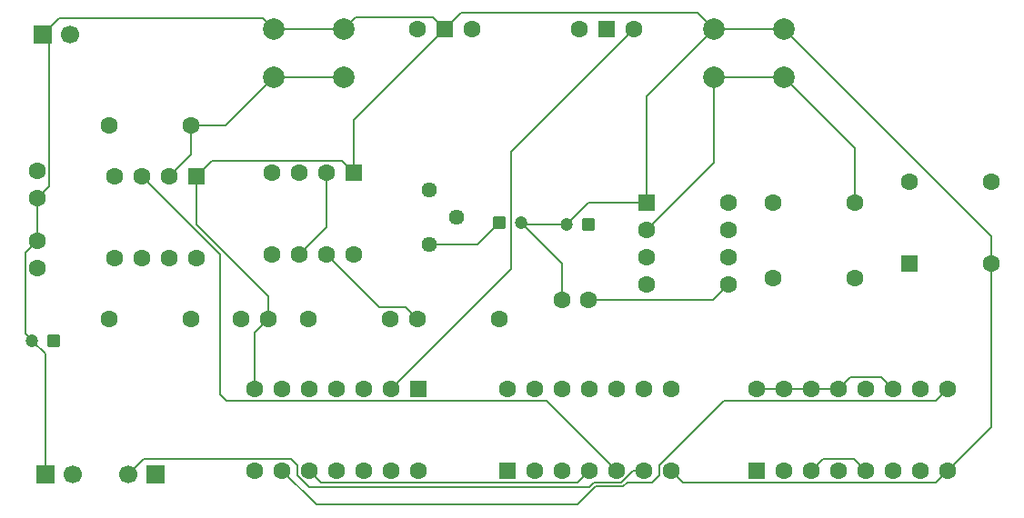
<source format=gbr>
%TF.GenerationSoftware,KiCad,Pcbnew,9.0.6*%
%TF.CreationDate,2025-11-16T18:38:50-05:00*%
%TF.ProjectId,Clock Module,436c6f63-6b20-44d6-9f64-756c652e6b69,rev?*%
%TF.SameCoordinates,Original*%
%TF.FileFunction,Copper,L2,Bot*%
%TF.FilePolarity,Positive*%
%FSLAX46Y46*%
G04 Gerber Fmt 4.6, Leading zero omitted, Abs format (unit mm)*
G04 Created by KiCad (PCBNEW 9.0.6) date 2025-11-16 18:38:50*
%MOMM*%
%LPD*%
G01*
G04 APERTURE LIST*
G04 Aperture macros list*
%AMRoundRect*
0 Rectangle with rounded corners*
0 $1 Rounding radius*
0 $2 $3 $4 $5 $6 $7 $8 $9 X,Y pos of 4 corners*
0 Add a 4 corners polygon primitive as box body*
4,1,4,$2,$3,$4,$5,$6,$7,$8,$9,$2,$3,0*
0 Add four circle primitives for the rounded corners*
1,1,$1+$1,$2,$3*
1,1,$1+$1,$4,$5*
1,1,$1+$1,$6,$7*
1,1,$1+$1,$8,$9*
0 Add four rect primitives between the rounded corners*
20,1,$1+$1,$2,$3,$4,$5,0*
20,1,$1+$1,$4,$5,$6,$7,0*
20,1,$1+$1,$6,$7,$8,$9,0*
20,1,$1+$1,$8,$9,$2,$3,0*%
G04 Aperture macros list end*
%TA.AperFunction,ComponentPad*%
%ADD10R,1.600000X1.600000*%
%TD*%
%TA.AperFunction,ComponentPad*%
%ADD11C,1.600000*%
%TD*%
%TA.AperFunction,ComponentPad*%
%ADD12RoundRect,0.250000X-0.550000X0.550000X-0.550000X-0.550000X0.550000X-0.550000X0.550000X0.550000X0*%
%TD*%
%TA.AperFunction,ComponentPad*%
%ADD13C,1.700000*%
%TD*%
%TA.AperFunction,ComponentPad*%
%ADD14R,1.700000X1.700000*%
%TD*%
%TA.AperFunction,ComponentPad*%
%ADD15C,2.000000*%
%TD*%
%TA.AperFunction,ComponentPad*%
%ADD16R,1.500000X1.500000*%
%TD*%
%TA.AperFunction,ComponentPad*%
%ADD17RoundRect,0.250000X0.350000X0.350000X-0.350000X0.350000X-0.350000X-0.350000X0.350000X-0.350000X0*%
%TD*%
%TA.AperFunction,ComponentPad*%
%ADD18C,1.200000*%
%TD*%
%TA.AperFunction,ComponentPad*%
%ADD19RoundRect,0.250000X0.550000X-0.550000X0.550000X0.550000X-0.550000X0.550000X-0.550000X-0.550000X0*%
%TD*%
%TA.AperFunction,ComponentPad*%
%ADD20RoundRect,0.250000X-0.350000X-0.350000X0.350000X-0.350000X0.350000X0.350000X-0.350000X0.350000X0*%
%TD*%
%TA.AperFunction,ComponentPad*%
%ADD21RoundRect,0.250000X-0.550000X-0.550000X0.550000X-0.550000X0.550000X0.550000X-0.550000X0.550000X0*%
%TD*%
%TA.AperFunction,ComponentPad*%
%ADD22C,1.440000*%
%TD*%
%TA.AperFunction,Conductor*%
%ADD23C,0.200000*%
%TD*%
G04 APERTURE END LIST*
D10*
%TO.P,Y1,1,EN*%
%TO.N,+5V*%
X235690000Y-47810000D03*
D11*
%TO.P,Y1,4,GND*%
%TO.N,GND*%
X243310000Y-47810000D03*
%TO.P,Y1,5,OUT*%
%TO.N,Net-(Y1-OUT)*%
X243310000Y-40190000D03*
%TO.P,Y1,8,Vcc*%
%TO.N,+5V*%
X235690000Y-40190000D03*
%TD*%
D12*
%TO.P,U6,1,GND*%
%TO.N,GND*%
X169310000Y-39690000D03*
D11*
%TO.P,U6,2,TR*%
%TO.N,Net-(U6-TR)*%
X166770000Y-39690000D03*
%TO.P,U6,3,Q*%
%TO.N,Net-(U6-Q)*%
X164230000Y-39690000D03*
%TO.P,U6,4,R*%
%TO.N,+5V*%
X161690000Y-39690000D03*
%TO.P,U6,5,CV*%
%TO.N,Net-(U6-CV)*%
X161690000Y-47310000D03*
%TO.P,U6,6,THR*%
%TO.N,Net-(U6-DIS)*%
X164230000Y-47310000D03*
%TO.P,U6,7,DIS*%
X166770000Y-47310000D03*
%TO.P,U6,8,VCC*%
%TO.N,+5V*%
X169310000Y-47310000D03*
%TD*%
D13*
%TO.P,J2,1,Pin_1*%
%TO.N,+5V*%
X157540000Y-26500000D03*
D14*
%TO.P,J2,2,Pin_2*%
%TO.N,GND*%
X155000000Y-26500000D03*
%TD*%
D11*
%TO.P,C6,1*%
%TO.N,+5V*%
X154500000Y-39250000D03*
%TO.P,C6,2*%
%TO.N,GND*%
X154500000Y-41750000D03*
%TD*%
D15*
%TO.P,SW1,1,1*%
%TO.N,GND*%
X217500000Y-26000000D03*
X224000000Y-26000000D03*
%TO.P,SW1,2,2*%
%TO.N,Net-(U3-TR)*%
X217500000Y-30500000D03*
X224000000Y-30500000D03*
%TD*%
D14*
%TO.P,J1,1,Pin_1*%
%TO.N,Clock*%
X165500000Y-67500000D03*
D13*
%TO.P,J1,2,Pin_2*%
%TO.N,Reset*%
X162960000Y-67500000D03*
%TD*%
D11*
%TO.P,R1,1*%
%TO.N,Net-(U3-TR)*%
X230625000Y-42190000D03*
%TO.P,R1,2*%
%TO.N,+5V*%
X223005000Y-42190000D03*
%TD*%
%TO.P,R5,1*%
%TO.N,Net-(U6-TR)*%
X168810000Y-35000000D03*
%TO.P,R5,2*%
%TO.N,+5V*%
X161190000Y-35000000D03*
%TD*%
%TO.P,R2,1*%
%TO.N,+5V*%
X187310000Y-53000000D03*
%TO.P,R2,2*%
%TO.N,Net-(U2-DIS)*%
X179690000Y-53000000D03*
%TD*%
D16*
%TO.P,SW3,1,A*%
%TO.N,GND*%
X192460000Y-26000000D03*
D11*
%TO.P,SW3,2,B*%
%TO.N,Net-(SW3-B)*%
X189920000Y-26000000D03*
%TO.P,SW3,3,C*%
%TO.N,+5V*%
X195000000Y-26000000D03*
%TD*%
%TO.P,C1,1*%
%TO.N,Net-(U2-CV)*%
X173500000Y-53000000D03*
%TO.P,C1,2*%
%TO.N,GND*%
X176000000Y-53000000D03*
%TD*%
D17*
%TO.P,C4,1*%
%TO.N,Net-(U3-DIS)*%
X205787600Y-44190000D03*
D18*
%TO.P,C4,2*%
%TO.N,GND*%
X203787600Y-44190000D03*
%TD*%
D19*
%TO.P,U1,1*%
%TO.N,Net-(Y1-OUT)*%
X198260000Y-67120000D03*
D11*
%TO.P,U1,2*%
%TO.N,Net-(U4A-C)*%
X200800000Y-67120000D03*
%TO.P,U1,3*%
%TO.N,Net-(SW3-B)*%
X203340000Y-67120000D03*
%TO.P,U1,4*%
%TO.N,Net-(U1-Pad4)*%
X205880000Y-67120000D03*
%TO.P,U1,5*%
%TO.N,Net-(U6-Q)*%
X208420000Y-67120000D03*
%TO.P,U1,6*%
%TO.N,Reset*%
X210960000Y-67120000D03*
%TO.P,U1,7,GND*%
%TO.N,GND*%
X213500000Y-67120000D03*
%TO.P,U1,8*%
%TO.N,unconnected-(U1-Pad8)*%
X213500000Y-59500000D03*
%TO.P,U1,9*%
%TO.N,+5V*%
X210960000Y-59500000D03*
%TO.P,U1,10*%
%TO.N,unconnected-(U1-Pad10)*%
X208420000Y-59500000D03*
%TO.P,U1,11*%
%TO.N,+5V*%
X205880000Y-59500000D03*
%TO.P,U1,12*%
%TO.N,unconnected-(U1-Pad12)*%
X203340000Y-59500000D03*
%TO.P,U1,13*%
%TO.N,+5V*%
X200800000Y-59500000D03*
%TO.P,U1,14,VCC*%
X198260000Y-59500000D03*
%TD*%
%TO.P,R3,1*%
%TO.N,Net-(U2-DIS)*%
X189880000Y-53000000D03*
%TO.P,R3,2*%
%TO.N,Net-(R3-Pad2)*%
X197500000Y-53000000D03*
%TD*%
D20*
%TO.P,C3,1*%
%TO.N,Net-(U2-THR)*%
X197500000Y-44000000D03*
D18*
%TO.P,C3,2*%
%TO.N,GND*%
X199500000Y-44000000D03*
%TD*%
D11*
%TO.P,C2,1*%
%TO.N,Net-(U3-CV)*%
X205815000Y-51190000D03*
%TO.P,C2,2*%
%TO.N,GND*%
X203315000Y-51190000D03*
%TD*%
D16*
%TO.P,SW2,1,A*%
%TO.N,Net-(SW2-A)*%
X207460000Y-26000000D03*
D11*
%TO.P,SW2,2,B*%
%TO.N,Net-(SW2-B)*%
X210000000Y-26000000D03*
%TO.P,SW2,3,C*%
%TO.N,Slow Clock*%
X204920000Y-26000000D03*
%TD*%
D21*
%TO.P,U3,1,GND*%
%TO.N,GND*%
X211195000Y-42190000D03*
D11*
%TO.P,U3,2,TR*%
%TO.N,Net-(U3-TR)*%
X211195000Y-44730000D03*
%TO.P,U3,3,Q*%
%TO.N,Net-(SW2-A)*%
X211195000Y-47270000D03*
%TO.P,U3,4,R*%
%TO.N,+5V*%
X211195000Y-49810000D03*
%TO.P,U3,5,CV*%
%TO.N,Net-(U3-CV)*%
X218815000Y-49810000D03*
%TO.P,U3,6,THR*%
%TO.N,Net-(U3-DIS)*%
X218815000Y-47270000D03*
%TO.P,U3,7,DIS*%
X218815000Y-44730000D03*
%TO.P,U3,8,VCC*%
%TO.N,+5V*%
X218815000Y-42190000D03*
%TD*%
D13*
%TO.P,J3,1,Pin_1*%
%TO.N,+5V*%
X157775000Y-67500000D03*
D14*
%TO.P,J3,2,Pin_2*%
%TO.N,GND*%
X155235000Y-67500000D03*
%TD*%
D12*
%TO.P,U2,1,GND*%
%TO.N,GND*%
X184000000Y-39380000D03*
D11*
%TO.P,U2,2,TR*%
%TO.N,Net-(U2-THR)*%
X181460000Y-39380000D03*
%TO.P,U2,3,Q*%
%TO.N,Slow Clock*%
X178920000Y-39380000D03*
%TO.P,U2,4,R*%
%TO.N,+5V*%
X176380000Y-39380000D03*
%TO.P,U2,5,CV*%
%TO.N,Net-(U2-CV)*%
X176380000Y-47000000D03*
%TO.P,U2,6,THR*%
%TO.N,Net-(U2-THR)*%
X178920000Y-47000000D03*
%TO.P,U2,7,DIS*%
%TO.N,Net-(U2-DIS)*%
X181460000Y-47000000D03*
%TO.P,U2,8,VCC*%
%TO.N,+5V*%
X184000000Y-47000000D03*
%TD*%
D12*
%TO.P,U5,1*%
%TO.N,Net-(SW3-B)*%
X190000000Y-59500000D03*
D11*
%TO.P,U5,2*%
%TO.N,Net-(SW2-B)*%
X187460000Y-59500000D03*
%TO.P,U5,3*%
%TO.N,Net-(U5-Pad13)*%
X184920000Y-59500000D03*
%TO.P,U5,4*%
%TO.N,+5V*%
X182380000Y-59500000D03*
%TO.P,U5,5*%
X179840000Y-59500000D03*
%TO.P,U5,6*%
%TO.N,unconnected-(U5-Pad6)*%
X177300000Y-59500000D03*
%TO.P,U5,7,GND*%
%TO.N,GND*%
X174760000Y-59500000D03*
%TO.P,U5,8*%
%TO.N,Net-(U5-Pad12)*%
X174760000Y-67120000D03*
%TO.P,U5,9*%
%TO.N,Fast Clock*%
X177300000Y-67120000D03*
%TO.P,U5,10*%
%TO.N,Net-(U1-Pad4)*%
X179840000Y-67120000D03*
%TO.P,U5,11*%
%TO.N,Clock*%
X182380000Y-67120000D03*
%TO.P,U5,12*%
%TO.N,Net-(U5-Pad12)*%
X184920000Y-67120000D03*
%TO.P,U5,13*%
%TO.N,Net-(U5-Pad13)*%
X187460000Y-67120000D03*
%TO.P,U5,14,VCC*%
%TO.N,+5V*%
X190000000Y-67120000D03*
%TD*%
D22*
%TO.P,RV1,1,1*%
%TO.N,Net-(U2-THR)*%
X190960000Y-46040000D03*
%TO.P,RV1,2,2*%
%TO.N,Net-(R3-Pad2)*%
X193500000Y-43500000D03*
%TO.P,RV1,3,3*%
%TO.N,unconnected-(RV1-Pad3)*%
X190960000Y-40960000D03*
%TD*%
D15*
%TO.P,SW4,1,1*%
%TO.N,GND*%
X176500000Y-26000000D03*
X183000000Y-26000000D03*
%TO.P,SW4,2,2*%
%TO.N,Net-(U6-TR)*%
X176500000Y-30500000D03*
X183000000Y-30500000D03*
%TD*%
D17*
%TO.P,C7,1*%
%TO.N,Net-(U6-DIS)*%
X156000000Y-55000000D03*
D18*
%TO.P,C7,2*%
%TO.N,GND*%
X154000000Y-55000000D03*
%TD*%
D11*
%TO.P,R4,1*%
%TO.N,Net-(U3-DIS)*%
X223005000Y-49190000D03*
%TO.P,R4,2*%
%TO.N,+5V*%
X230625000Y-49190000D03*
%TD*%
%TO.P,R6,1*%
%TO.N,Net-(U6-DIS)*%
X161190000Y-53000000D03*
%TO.P,R6,2*%
%TO.N,+5V*%
X168810000Y-53000000D03*
%TD*%
%TO.P,C5,1*%
%TO.N,Net-(U6-CV)*%
X154500000Y-48250000D03*
%TO.P,C5,2*%
%TO.N,GND*%
X154500000Y-45750000D03*
%TD*%
D19*
%TO.P,U4,1,~{R}*%
%TO.N,+5V*%
X221460000Y-67120000D03*
D11*
%TO.P,U4,2,J*%
X224000000Y-67120000D03*
%TO.P,U4,3,~{K}*%
X226540000Y-67120000D03*
%TO.P,U4,4,C*%
%TO.N,Net-(U4A-C)*%
X229080000Y-67120000D03*
%TO.P,U4,5,~{S}*%
%TO.N,+5V*%
X231620000Y-67120000D03*
%TO.P,U4,6,Q*%
%TO.N,unconnected-(U4A-Q-Pad6)*%
X234160000Y-67120000D03*
%TO.P,U4,7,~{Q}*%
%TO.N,Net-(U4A-~{Q})*%
X236700000Y-67120000D03*
%TO.P,U4,8,GND*%
%TO.N,GND*%
X239240000Y-67120000D03*
%TO.P,U4,9,~{Q}*%
%TO.N,Fast Clock*%
X239240000Y-59500000D03*
%TO.P,U4,10,Q*%
%TO.N,unconnected-(U4B-Q-Pad10)*%
X236700000Y-59500000D03*
%TO.P,U4,11,~{S}*%
%TO.N,+5V*%
X234160000Y-59500000D03*
%TO.P,U4,12,C*%
%TO.N,Net-(U4A-~{Q})*%
X231620000Y-59500000D03*
%TO.P,U4,13,~{K}*%
%TO.N,+5V*%
X229080000Y-59500000D03*
%TO.P,U4,14,J*%
X226540000Y-59500000D03*
%TO.P,U4,15,~{R}*%
X224000000Y-59500000D03*
%TO.P,U4,16,VCC*%
X221460000Y-59500000D03*
%TD*%
D23*
%TO.N,GND*%
X203315000Y-51190000D02*
X203315000Y-47815000D01*
X217500000Y-26000000D02*
X216000000Y-24500000D01*
X184000000Y-34460000D02*
X192460000Y-26000000D01*
X174760000Y-59500000D02*
X174760000Y-54240000D01*
X211195000Y-32305000D02*
X211195000Y-42190000D01*
X170721000Y-38279000D02*
X169310000Y-39690000D01*
X184101000Y-24899000D02*
X183000000Y-26000000D01*
X155235000Y-56235000D02*
X154000000Y-55000000D01*
X203315000Y-47815000D02*
X199500000Y-44000000D01*
X175500000Y-25000000D02*
X156500000Y-25000000D01*
X154500000Y-41750000D02*
X154500000Y-45750000D01*
X199690000Y-44190000D02*
X199500000Y-44000000D01*
X193960000Y-24500000D02*
X192460000Y-26000000D01*
X224000000Y-26000000D02*
X243310000Y-45310000D01*
X203787600Y-44190000D02*
X199690000Y-44190000D01*
X155235000Y-67500000D02*
X155235000Y-56235000D01*
X216000000Y-24500000D02*
X193960000Y-24500000D01*
X217500000Y-26000000D02*
X211195000Y-32305000D01*
X214601000Y-68221000D02*
X213500000Y-67120000D01*
X176000000Y-50894314D02*
X169310000Y-44204314D01*
X191359000Y-24899000D02*
X184101000Y-24899000D01*
X153399000Y-46851000D02*
X153399000Y-54399000D01*
X192460000Y-26000000D02*
X191359000Y-24899000D01*
X211195000Y-42190000D02*
X205787600Y-42190000D01*
X155601000Y-40649000D02*
X154500000Y-41750000D01*
X153399000Y-54399000D02*
X154000000Y-55000000D01*
X169310000Y-44204314D02*
X169310000Y-39690000D01*
X184000000Y-39380000D02*
X182899000Y-38279000D01*
X156500000Y-25000000D02*
X155000000Y-26500000D01*
X176500000Y-26000000D02*
X175500000Y-25000000D01*
X176000000Y-53000000D02*
X176000000Y-50894314D01*
X224000000Y-26000000D02*
X217500000Y-26000000D01*
X239240000Y-67120000D02*
X238139000Y-68221000D01*
X182899000Y-38279000D02*
X170721000Y-38279000D01*
X155000000Y-26500000D02*
X155601000Y-27101000D01*
X205787600Y-42190000D02*
X203787600Y-44190000D01*
X184000000Y-39380000D02*
X184301000Y-39079000D01*
X243310000Y-63050000D02*
X239240000Y-67120000D01*
X184000000Y-39380000D02*
X184000000Y-34460000D01*
X243310000Y-47810000D02*
X243310000Y-63050000D01*
X183000000Y-26000000D02*
X176500000Y-26000000D01*
X238139000Y-68221000D02*
X214601000Y-68221000D01*
X174760000Y-54240000D02*
X176000000Y-53000000D01*
X155601000Y-27101000D02*
X155601000Y-40649000D01*
X243310000Y-45310000D02*
X243310000Y-47810000D01*
X154500000Y-45750000D02*
X153399000Y-46851000D01*
%TO.N,+5V*%
X231620000Y-67120000D02*
X230519000Y-66019000D01*
X221460000Y-59500000D02*
X224000000Y-59500000D01*
X224000000Y-59500000D02*
X226540000Y-59500000D01*
X227641000Y-66019000D02*
X226540000Y-67120000D01*
X233059000Y-58399000D02*
X234160000Y-59500000D01*
X230181000Y-58399000D02*
X233059000Y-58399000D01*
X229080000Y-59500000D02*
X230181000Y-58399000D01*
X226540000Y-59500000D02*
X229080000Y-59500000D01*
X230519000Y-66019000D02*
X227641000Y-66019000D01*
%TO.N,Net-(SW2-B)*%
X198599000Y-37401000D02*
X210000000Y-26000000D01*
X198599000Y-48361000D02*
X198599000Y-37401000D01*
X187460000Y-59500000D02*
X198599000Y-48361000D01*
%TO.N,Reset*%
X178739000Y-67576050D02*
X178739000Y-66663950D01*
X178094050Y-66019000D02*
X164441000Y-66019000D01*
X178739000Y-66663950D02*
X178094050Y-66019000D01*
X179828635Y-68665685D02*
X178739000Y-67576050D01*
X164441000Y-66019000D02*
X162960000Y-67500000D01*
X208875636Y-68220000D02*
X206337050Y-68220000D01*
X209975636Y-67120000D02*
X208875636Y-68220000D01*
X210960000Y-67120000D02*
X209975636Y-67120000D01*
X206337050Y-68220000D02*
X205891365Y-68665685D01*
X205891365Y-68665685D02*
X179828635Y-68665685D01*
%TO.N,Fast Clock*%
X180480000Y-70300000D02*
X204831371Y-70300000D01*
X177300000Y-67120000D02*
X180480000Y-70300000D01*
X212399000Y-66663950D02*
X218461950Y-60601000D01*
X209041322Y-68620000D02*
X209440322Y-68221000D01*
X211754050Y-68221000D02*
X212399000Y-67576050D01*
X238139000Y-60601000D02*
X239240000Y-59500000D01*
X209440322Y-68221000D02*
X211754050Y-68221000D01*
X204831371Y-70300000D02*
X206511371Y-68620000D01*
X212399000Y-67576050D02*
X212399000Y-66663950D01*
X206511371Y-68620000D02*
X209041322Y-68620000D01*
X218461950Y-60601000D02*
X238139000Y-60601000D01*
%TO.N,Net-(U3-CV)*%
X217435000Y-51190000D02*
X205815000Y-51190000D01*
X218815000Y-49810000D02*
X217435000Y-51190000D01*
%TO.N,Net-(U2-THR)*%
X195460000Y-46040000D02*
X190960000Y-46040000D01*
X197500000Y-44000000D02*
X195460000Y-46040000D01*
X181460000Y-39380000D02*
X181460000Y-44460000D01*
X181460000Y-44460000D02*
X178920000Y-47000000D01*
%TO.N,Net-(U3-TR)*%
X217500000Y-30500000D02*
X217500000Y-38425000D01*
X217500000Y-30500000D02*
X224000000Y-30500000D01*
X224000000Y-30500000D02*
X230625000Y-37125000D01*
X217500000Y-38425000D02*
X211195000Y-44730000D01*
X230625000Y-37125000D02*
X230625000Y-42190000D01*
%TO.N,Net-(U2-DIS)*%
X188779000Y-51899000D02*
X186359000Y-51899000D01*
X189880000Y-53000000D02*
X188779000Y-51899000D01*
X186359000Y-51899000D02*
X181460000Y-47000000D01*
%TO.N,Net-(U6-TR)*%
X183000000Y-30500000D02*
X176500000Y-30500000D01*
X176500000Y-30500000D02*
X172000000Y-35000000D01*
X168810000Y-37650000D02*
X166770000Y-39690000D01*
X168810000Y-35000000D02*
X168810000Y-37650000D01*
X172000000Y-35000000D02*
X168810000Y-35000000D01*
%TO.N,Net-(U6-Q)*%
X171500000Y-60000000D02*
X172101000Y-60601000D01*
X164230000Y-39690000D02*
X171500000Y-46960000D01*
X172101000Y-60601000D02*
X201901000Y-60601000D01*
X171500000Y-46960000D02*
X171500000Y-60000000D01*
X201901000Y-60601000D02*
X208420000Y-67120000D01*
%TO.N,Net-(U1-Pad4)*%
X205880000Y-67120000D02*
X204779000Y-68221000D01*
X204779000Y-68221000D02*
X180941000Y-68221000D01*
X180941000Y-68221000D02*
X179840000Y-67120000D01*
%TD*%
M02*

</source>
